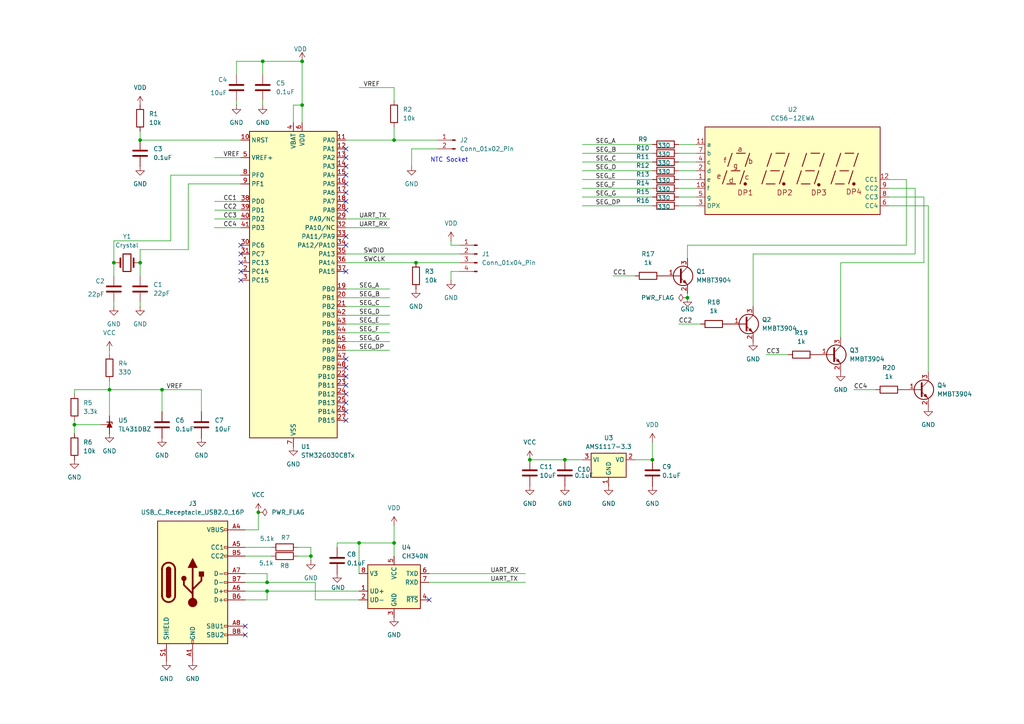
<source format=kicad_sch>
(kicad_sch (version 20231120) (generator "eeschema") (generator_version "8.0")
  (paper "A4")
  (title_block (title "2151936-薛钧-NTC"))
  (lib_symbols
    (symbol "Connector:Conn_01x02_Pin" (pin_names (offset 1.016) hide)
      (property "Reference" "J" (at 0 2.54 0))
      (property "Value" "Conn_01x02_Pin" (at 0 -5.08 0))
      (symbol "Conn_01x02_Pin_1_1"
        (polyline (pts (xy 1.27 -2.54) (xy 0.8636 -2.54)) (stroke (width 0.1524)))
        (polyline (pts (xy 1.27 0) (xy 0.8636 0)) (stroke (width 0.1524)))
        (rectangle (start 0.8636 -2.413) (end 0 -2.667) (stroke (width 0.1524)) (fill (type outline)))
        (rectangle (start 0.8636 0.127) (end 0 -0.127) (stroke (width 0.1524)) (fill (type outline)))
        (pin passive line (at 5.08 0 180) (length 3.81) (name "Pin_1") (number "1"))
        (pin passive line (at 5.08 -2.54 180) (length 3.81) (name "Pin_2") (number "2"))
      )
    )
    (symbol "Connector:Conn_01x04_Pin" (pin_names (offset 1.016) hide)
      (property "Reference" "J" (at 0 5.08 0))
      (property "Value" "Conn_01x04_Pin" (at 0 -7.62 0))
      (symbol "Conn_01x04_Pin_1_1"
        (polyline (pts (xy 1.27 -5.08) (xy 0.8636 -5.08)) (stroke (width 0.1524)))
        (polyline (pts (xy 1.27 -2.54) (xy 0.8636 -2.54)) (stroke (width 0.1524)))
        (polyline (pts (xy 1.27 0) (xy 0.8636 0)) (stroke (width 0.1524)))
        (polyline (pts (xy 1.27 2.54) (xy 0.8636 2.54)) (stroke (width 0.1524)))
        (rectangle (start 0.8636 -4.953) (end 0 -5.207) (stroke (width 0.1524)) (fill (type outline)))
        (rectangle (start 0.8636 -2.413) (end 0 -2.667) (stroke (width 0.1524)) (fill (type outline)))
        (rectangle (start 0.8636 0.127) (end 0 -0.127) (stroke (width 0.1524)) (fill (type outline)))
        (rectangle (start 0.8636 2.667) (end 0 2.413) (stroke (width 0.1524)) (fill (type outline)))
        (pin passive line (at 5.08 2.54 180) (length 3.81) (name "Pin_1") (number "1"))
        (pin passive line (at 5.08 0 180) (length 3.81) (name "Pin_2") (number "2"))
        (pin passive line (at 5.08 -2.54 180) (length 3.81) (name "Pin_3") (number "3"))
        (pin passive line (at 5.08 -5.08 180) (length 3.81) (name "Pin_4") (number "4"))
      )
    )
    (symbol "Connector:USB_C_Receptacle_USB2.0_16P" (pin_names (offset 1.016))
      (property "Reference" "J" (at 0 22.225 0))
      (property "Value" "USB_C_Receptacle_USB2.0_16P" (at 0 19.685 0))
      (symbol "USB_C_Receptacle_USB2.0_16P_0_0"
        (rectangle (start -0.254 -17.78) (end 0.254 -16.764))
        (rectangle (start 10.16 -14.986) (end 9.144 -15.494))
        (rectangle (start 10.16 -12.446) (end 9.144 -12.954))
        (rectangle (start 10.16 -4.826) (end 9.144 -5.334))
        (rectangle (start 10.16 -2.286) (end 9.144 -2.794))
        (rectangle (start 10.16 0.254) (end 9.144 -0.254))
        (rectangle (start 10.16 2.794) (end 9.144 2.286))
        (rectangle (start 10.16 7.874) (end 9.144 7.366))
        (rectangle (start 10.16 10.414) (end 9.144 9.906))
        (rectangle (start 10.16 15.494) (end 9.144 14.986))
      )
      (symbol "USB_C_Receptacle_USB2.0_16P_0_1"
        (rectangle (start -10.16 17.78) (end 10.16 -17.78) (stroke (width 0.254)) (fill (type background)))
        (arc (start -8.89 -3.81) (mid -6.985 -5.7067) (end -5.08 -3.81) (stroke (width 0.508)))
        (arc (start -7.62 -3.81) (mid -6.985 -4.4423) (end -6.35 -3.81) (stroke (width 0.254)))
        (arc (start -7.62 -3.81) (mid -6.985 -4.4423) (end -6.35 -3.81) (stroke (width 0.254)) (fill (type outline)))
        (rectangle (start -7.62 -3.81) (end -6.35 3.81) (stroke (width 0.254)) (fill (type outline)))
        (arc (start -6.35 3.81) (mid -6.985 4.4423) (end -7.62 3.81) (stroke (width 0.254)))
        (arc (start -6.35 3.81) (mid -6.985 4.4423) (end -7.62 3.81) (stroke (width 0.254)) (fill (type outline)))
        (arc (start -5.08 3.81) (mid -6.985 5.7067) (end -8.89 3.81) (stroke (width 0.508)))
        (circle (center -2.54 1.143) (radius 0.635) (stroke (width 0.254)) (fill (type outline)))
        (circle (center 0 -5.842) (radius 1.27) (fill (type outline)))
        (polyline (pts (xy -8.89 -3.81) (xy -8.89 3.81)) (stroke (width 0.508)))
        (polyline (pts (xy -5.08 3.81) (xy -5.08 -3.81)) (stroke (width 0.508)))
        (polyline (pts (xy 0 -5.842) (xy 0 4.318)) (stroke (width 0.508)))
        (polyline (pts (xy 0 -3.302) (xy -2.54 -0.762) (xy -2.54 0.508)) (stroke (width 0.508)))
        (polyline (pts (xy 0 -2.032) (xy 2.54 0.508) (xy 2.54 1.778)) (stroke (width 0.508)))
        (polyline (pts (xy -1.27 4.318) (xy 0 6.858) (xy 1.27 4.318) (xy -1.27 4.318)) (stroke (width 0.254)) (fill (type outline)))
        (rectangle (start 1.905 1.778) (end 3.175 3.048) (stroke (width 0.254)) (fill (type outline)))
      )
      (symbol "USB_C_Receptacle_USB2.0_16P_1_1"
        (pin passive line (at 0 -22.86 90) (length 5.08) (name "GND") (number "A1"))
        (pin passive line (at 0 -22.86 90) (length 5.08) hide (name "GND") (number "A12"))
        (pin passive line (at 15.24 15.24 180) (length 5.08) (name "VBUS") (number "A4"))
        (pin bidirectional line (at 15.24 10.16 180) (length 5.08) (name "CC1") (number "A5"))
        (pin bidirectional line (at 15.24 -2.54 180) (length 5.08) (name "D+") (number "A6"))
        (pin bidirectional line (at 15.24 2.54 180) (length 5.08) (name "D-") (number "A7"))
        (pin bidirectional line (at 15.24 -12.7 180) (length 5.08) (name "SBU1") (number "A8"))
        (pin passive line (at 15.24 15.24 180) (length 5.08) hide (name "VBUS") (number "A9"))
        (pin passive line (at 0 -22.86 90) (length 5.08) hide (name "GND") (number "B1"))
        (pin passive line (at 0 -22.86 90) (length 5.08) hide (name "GND") (number "B12"))
        (pin passive line (at 15.24 15.24 180) (length 5.08) hide (name "VBUS") (number "B4"))
        (pin bidirectional line (at 15.24 7.62 180) (length 5.08) (name "CC2") (number "B5"))
        (pin bidirectional line (at 15.24 -5.08 180) (length 5.08) (name "D+") (number "B6"))
        (pin bidirectional line (at 15.24 0 180) (length 5.08) (name "D-") (number "B7"))
        (pin bidirectional line (at 15.24 -15.24 180) (length 5.08) (name "SBU2") (number "B8"))
        (pin passive line (at 15.24 15.24 180) (length 5.08) hide (name "VBUS") (number "B9"))
        (pin passive line (at -7.62 -22.86 90) (length 5.08) (name "SHIELD") (number "S1"))
      )
    )
    (symbol "Device:C" (pin_numbers hide) (pin_names (offset 0.254))
      (property "Reference" "C" (at 0.635 2.54 0))
      (property "Value" "C" (at 0.635 -2.54 0))
      (symbol "C_0_1"
        (polyline (pts (xy -2.032 -0.762) (xy 2.032 -0.762)) (stroke (width 0.508)))
        (polyline (pts (xy -2.032 0.762) (xy 2.032 0.762)) (stroke (width 0.508)))
      )
      (symbol "C_1_1"
        (pin passive line (at 0 3.81 270) (length 2.794) (name "~") (number "1"))
        (pin passive line (at 0 -3.81 90) (length 2.794) (name "~") (number "2"))
      )
    )
    (symbol "Device:Crystal" (pin_numbers hide) (pin_names (offset 1.016) hide)
      (property "Reference" "Y" (at 0 3.81 0))
      (property "Value" "Crystal" (at 0 -3.81 0))
      (symbol "Crystal_0_1"
        (rectangle (start -1.143 2.54) (end 1.143 -2.54) (stroke (width 0.3048)))
        (polyline (pts (xy -2.54 0) (xy -1.905 0)))
        (polyline (pts (xy -1.905 -1.27) (xy -1.905 1.27)) (stroke (width 0.508)))
        (polyline (pts (xy 1.905 -1.27) (xy 1.905 1.27)) (stroke (width 0.508)))
        (polyline (pts (xy 2.54 0) (xy 1.905 0)))
      )
      (symbol "Crystal_1_1"
        (pin passive line (at -3.81 0 0) (length 1.27) (name "1") (number "1"))
        (pin passive line (at 3.81 0 180) (length 1.27) (name "2") (number "2"))
      )
    )
    (symbol "Device:R" (pin_numbers hide) (pin_names (offset 0))
      (property "Reference" "R" (at 2.032 0 90))
      (property "Value" "R" (at 0 0 90))
      (symbol "R_0_1"
        (rectangle (start -1.016 -2.54) (end 1.016 2.54) (stroke (width 0.254)))
      )
      (symbol "R_1_1"
        (pin passive line (at 0 3.81 270) (length 1.27) (name "~") (number "1"))
        (pin passive line (at 0 -3.81 90) (length 1.27) (name "~") (number "2"))
      )
    )
    (symbol "Display_Character:CC56-12EWA"
      (property "Reference" "U" (at -24.13 13.97 0))
      (property "Value" "CC56-12EWA" (at 19.05 13.97 0))
      (symbol "CC56-12EWA_0_0"
        (rectangle (start -25.4 12.7) (end 25.4 -12.7) (stroke (width 0.254)) (fill (type background)))
        (polyline (pts (xy -20.32 -3.81) (xy -19.05 0)) (stroke (width 0.254)))
        (polyline (pts (xy -19.05 -3.81) (xy -16.51 -3.81)) (stroke (width 0.254)))
        (polyline (pts (xy -18.796 1.27) (xy -17.526 5.08)) (stroke (width 0.254)))
        (polyline (pts (xy -17.78 0) (xy -15.24 0)) (stroke (width 0.254)))
        (polyline (pts (xy -16.256 5.08) (xy -13.716 5.08)) (stroke (width 0.254)))
        (polyline (pts (xy -15.24 -3.81) (xy -13.97 0)) (stroke (width 0.254)))
        (polyline (pts (xy -13.716 1.27) (xy -12.446 5.08)) (stroke (width 0.254)))
        (polyline (pts (xy -8.89 -3.81) (xy -7.62 0)) (stroke (width 0.254)))
        (polyline (pts (xy -7.62 -3.81) (xy -5.08 -3.81)) (stroke (width 0.254)))
        (polyline (pts (xy -7.366 1.27) (xy -6.096 5.08)) (stroke (width 0.254)))
        (polyline (pts (xy -6.35 0) (xy -3.81 0)) (stroke (width 0.254)))
        (polyline (pts (xy -4.826 5.08) (xy -2.286 5.08)) (stroke (width 0.254)))
        (polyline (pts (xy -3.81 -3.81) (xy -2.54 0)) (stroke (width 0.254)))
        (polyline (pts (xy -2.286 1.27) (xy -1.016 5.08)) (stroke (width 0.254)))
        (polyline (pts (xy 1.27 -3.81) (xy 2.54 0)) (stroke (width 0.254)))
        (polyline (pts (xy 2.54 -3.81) (xy 5.08 -3.81)) (stroke (width 0.254)))
        (polyline (pts (xy 2.794 1.27) (xy 4.064 5.08)) (stroke (width 0.254)))
        (polyline (pts (xy 3.81 0) (xy 6.35 0)) (stroke (width 0.254)))
        (polyline (pts (xy 5.334 5.08) (xy 7.874 5.08)) (stroke (width 0.254)))
        (polyline (pts (xy 6.35 -3.81) (xy 7.62 0)) (stroke (width 0.254)))
        (polyline (pts (xy 7.874 1.27) (xy 9.144 5.08)) (stroke (width 0.254)))
        (polyline (pts (xy 11.176 -3.81) (xy 12.446 0)) (stroke (width 0.254)))
        (polyline (pts (xy 12.446 -3.81) (xy 14.986 -3.81)) (stroke (width 0.254)))
        (polyline (pts (xy 12.7 1.27) (xy 13.97 5.08)) (stroke (width 0.254)))
        (polyline (pts (xy 13.716 0) (xy 16.256 0)) (stroke (width 0.254)))
        (polyline (pts (xy 15.24 5.08) (xy 17.78 5.08)) (stroke (width 0.254)))
        (polyline (pts (xy 16.256 -3.81) (xy 17.526 0)) (stroke (width 0.254)))
        (polyline (pts (xy 17.78 1.27) (xy 19.05 5.08)) (stroke (width 0.254)))
        (text "a" (at -15.24 6.35 0) (effects (font (size 1.524 1.524))))
        (text "b" (at -12.192 2.794 0) (effects (font (size 1.524 1.524))))
        (text "c" (at -13.208 -1.778 0) (effects (font (size 1.524 1.524))))
        (text "d" (at -17.78 -2.794 0) (effects (font (size 1.524 1.524))))
        (text "DP1" (at -13.716 -6.35 0) (effects (font (size 1.524 1.524))))
        (text "DP2" (at -2.286 -6.35 0) (effects (font (size 1.524 1.524))))
        (text "DP3" (at 7.62 -6.35 0) (effects (font (size 1.524 1.524))))
        (text "DP4" (at 17.78 -6.096 0) (effects (font (size 1.524 1.524))))
        (text "e" (at -21.336 -1.524 0) (effects (font (size 1.524 1.524))))
        (text "f" (at -19.558 3.048 0) (effects (font (size 1.524 1.524))))
        (text "g" (at -16.51 1.524 0) (effects (font (size 1.524 1.524))))
      )
      (symbol "CC56-12EWA_0_1"
        (circle (center -13.716 -3.81) (radius 0.3556) (stroke (width 0.254)) (fill (type outline)))
        (circle (center -2.54 -3.81) (radius 0.3556) (stroke (width 0.254)) (fill (type outline)))
      )
      (symbol "CC56-12EWA_1_0"
        (circle (center 7.62 -4.064) (radius 0.3556) (stroke (width 0.254)) (fill (type outline)))
        (circle (center 17.78 -3.81) (radius 0.3556) (stroke (width 0.254)) (fill (type outline)))
      )
      (symbol "CC56-12EWA_1_1"
        (pin input line (at -27.94 -2.54 0) (length 2.54) (name "e") (number "1"))
        (pin input line (at -27.94 -5.08 0) (length 2.54) (name "f") (number "10"))
        (pin input line (at -27.94 7.62 0) (length 2.54) (name "a") (number "11"))
        (pin input line (at 27.94 -2.54 180) (length 2.54) (name "CC1") (number "12"))
        (pin input line (at -27.94 0 0) (length 2.54) (name "d") (number "2"))
        (pin input line (at -27.94 -10.16 0) (length 2.54) (name "DPX") (number "3"))
        (pin input line (at -27.94 2.54 0) (length 2.54) (name "c") (number "4"))
        (pin input line (at -27.94 -7.62 0) (length 2.54) (name "g") (number "5"))
        (pin input line (at 27.94 -10.16 180) (length 2.54) (name "CC4") (number "6"))
        (pin input line (at -27.94 5.08 0) (length 2.54) (name "b") (number "7"))
        (pin input line (at 27.94 -7.62 180) (length 2.54) (name "CC3") (number "8"))
        (pin input line (at 27.94 -5.08 180) (length 2.54) (name "CC2") (number "9"))
      )
    )
    (symbol "Interface_USB:CH340N"
      (property "Reference" "U" (at -7.62 6.35 0))
      (property "Value" "CH340N" (at 7.62 6.35 0))
      (symbol "CH340N_0_1"
        (rectangle (start -7.62 5.08) (end 7.62 -7.62) (stroke (width 0.254)) (fill (type background)))
      )
      (symbol "CH340N_1_1"
        (pin bidirectional line (at -10.16 -2.54 0) (length 2.54) (name "UD+") (number "1"))
        (pin bidirectional line (at -10.16 -5.08 0) (length 2.54) (name "UD-") (number "2"))
        (pin power_in line (at 0 -10.16 90) (length 2.54) (name "GND") (number "3"))
        (pin output line (at 10.16 -5.08 180) (length 2.54) (name "~{RTS}") (number "4"))
        (pin power_in line (at 0 7.62 270) (length 2.54) (name "VCC") (number "5"))
        (pin output line (at 10.16 2.54 180) (length 2.54) (name "TXD") (number "6"))
        (pin input line (at 10.16 0 180) (length 2.54) (name "RXD") (number "7"))
        (pin passive line (at -10.16 2.54 0) (length 2.54) (name "V3") (number "8"))
      )
    )
    (symbol "MCU_ST_STM32G0:STM32G030C8Tx"
      (property "Reference" "U" (at -12.7 46.99 0))
      (property "Value" "STM32G030C8Tx" (at 5.08 46.99 0))
      (symbol "STM32G030C8Tx_0_1"
        (rectangle (start -12.7 -43.18) (end 12.7 45.72) (stroke (width 0.254)) (fill (type background)))
      )
      (symbol "STM32G030C8Tx_1_1"
        (pin bidirectional line (at -15.24 7.62 0) (length 2.54) (name "PC13") (number "1"))
        (pin input line (at -15.24 43.18 0) (length 2.54) (name "NRST") (number "10"))
        (pin bidirectional line (at 15.24 43.18 180) (length 2.54) (name "PA0") (number "11"))
        (pin bidirectional line (at 15.24 40.64 180) (length 2.54) (name "PA1") (number "12"))
        (pin bidirectional line (at 15.24 38.1 180) (length 2.54) (name "PA2") (number "13"))
        (pin bidirectional line (at 15.24 35.56 180) (length 2.54) (name "PA3") (number "14"))
        (pin bidirectional line (at 15.24 33.02 180) (length 2.54) (name "PA4") (number "15"))
        (pin bidirectional line (at 15.24 30.48 180) (length 2.54) (name "PA5") (number "16"))
        (pin bidirectional line (at 15.24 27.94 180) (length 2.54) (name "PA6") (number "17"))
        (pin bidirectional line (at 15.24 25.4 180) (length 2.54) (name "PA7") (number "18"))
        (pin bidirectional line (at 15.24 0 180) (length 2.54) (name "PB0") (number "19"))
        (pin bidirectional line (at -15.24 5.08 0) (length 2.54) (name "PC14") (number "2"))
        (pin bidirectional line (at 15.24 -2.54 180) (length 2.54) (name "PB1") (number "20"))
        (pin bidirectional line (at 15.24 -5.08 180) (length 2.54) (name "PB2") (number "21"))
        (pin bidirectional line (at 15.24 -25.4 180) (length 2.54) (name "PB10") (number "22"))
        (pin bidirectional line (at 15.24 -27.94 180) (length 2.54) (name "PB11") (number "23"))
        (pin bidirectional line (at 15.24 -30.48 180) (length 2.54) (name "PB12") (number "24"))
        (pin bidirectional line (at 15.24 -33.02 180) (length 2.54) (name "PB13") (number "25"))
        (pin bidirectional line (at 15.24 -35.56 180) (length 2.54) (name "PB14") (number "26"))
        (pin bidirectional line (at 15.24 -38.1 180) (length 2.54) (name "PB15") (number "27"))
        (pin bidirectional line (at 15.24 22.86 180) (length 2.54) (name "PA8") (number "28"))
        (pin bidirectional line (at 15.24 20.32 180) (length 2.54) (name "PA9/NC") (number "29"))
        (pin bidirectional line (at -15.24 2.54 0) (length 2.54) (name "PC15") (number "3"))
        (pin bidirectional line (at -15.24 12.7 0) (length 2.54) (name "PC6") (number "30"))
        (pin bidirectional line (at -15.24 10.16 0) (length 2.54) (name "PC7") (number "31"))
        (pin bidirectional line (at 15.24 17.78 180) (length 2.54) (name "PA10/NC") (number "32"))
        (pin bidirectional line (at 15.24 15.24 180) (length 2.54) (name "PA11/PA9") (number "33"))
        (pin bidirectional line (at 15.24 12.7 180) (length 2.54) (name "PA12/PA10") (number "34"))
        (pin bidirectional line (at 15.24 10.16 180) (length 2.54) (name "PA13") (number "35"))
        (pin bidirectional line (at 15.24 7.62 180) (length 2.54) (name "PA14") (number "36"))
        (pin bidirectional line (at 15.24 5.08 180) (length 2.54) (name "PA15") (number "37"))
        (pin bidirectional line (at -15.24 25.4 0) (length 2.54) (name "PD0") (number "38"))
        (pin bidirectional line (at -15.24 22.86 0) (length 2.54) (name "PD1") (number "39"))
        (pin power_in line (at 0 48.26 270) (length 2.54) (name "VBAT") (number "4"))
        (pin bidirectional line (at -15.24 20.32 0) (length 2.54) (name "PD2") (number "40"))
        (pin bidirectional line (at -15.24 17.78 0) (length 2.54) (name "PD3") (number "41"))
        (pin bidirectional line (at 15.24 -7.62 180) (length 2.54) (name "PB3") (number "42"))
        (pin bidirectional line (at 15.24 -10.16 180) (length 2.54) (name "PB4") (number "43"))
        (pin bidirectional line (at 15.24 -12.7 180) (length 2.54) (name "PB5") (number "44"))
        (pin bidirectional line (at 15.24 -15.24 180) (length 2.54) (name "PB6") (number "45"))
        (pin bidirectional line (at 15.24 -17.78 180) (length 2.54) (name "PB7") (number "46"))
        (pin bidirectional line (at 15.24 -20.32 180) (length 2.54) (name "PB8") (number "47"))
        (pin bidirectional line (at 15.24 -22.86 180) (length 2.54) (name "PB9") (number "48"))
        (pin input line (at -15.24 38.1 0) (length 2.54) (name "VREF+") (number "5"))
        (pin power_in line (at 2.54 48.26 270) (length 2.54) (name "VDD") (number "6"))
        (pin power_in line (at 0 -45.72 90) (length 2.54) (name "VSS") (number "7"))
        (pin bidirectional line (at -15.24 33.02 0) (length 2.54) (name "PF0") (number "8"))
        (pin bidirectional line (at -15.24 30.48 0) (length 2.54) (name "PF1") (number "9"))
      )
    )
    (symbol "Reference_Voltage:TL431DBZ" (pin_numbers hide) (pin_names hide)
      (property "Reference" "U" (at -2.54 2.54 0))
      (property "Value" "TL431DBZ" (at 0 -2.54 0))
      (symbol "TL431DBZ_0_1"
        (polyline (pts (xy -1.27 0) (xy 0 0) (xy 1.27 0)))
        (polyline (pts (xy -0.762 -0.762) (xy -0.762 0.762) (xy 0.762 0) (xy -0.762 -0.762)) (fill (type outline)))
        (polyline (pts (xy 0.254 -0.762) (xy 0.762 -0.762) (xy 0.762 0.762) (xy 0.762 0.762)) (stroke (width 0.254)))
      )
      (symbol "TL431DBZ_1_1"
        (pin passive line (at 2.54 0 180) (length 2.54) (name "K") (number "1"))
        (pin passive line (at 0 2.54 270) (length 2.54) (name "REF") (number "2"))
        (pin passive line (at -2.54 0 0) (length 2.54) (name "A") (number "3"))
      )
    )
    (symbol "Regulator_Linear:AMS1117-3.3"
      (property "Reference" "U" (at -3.81 3.175 0))
      (property "Value" "AMS1117-3.3" (at 0 3.175 0))
      (symbol "AMS1117-3.3_0_1"
        (rectangle (start -5.08 -5.08) (end 5.08 1.905) (stroke (width 0.254)) (fill (type background)))
      )
      (symbol "AMS1117-3.3_1_1"
        (pin power_in line (at 0 -7.62 90) (length 2.54) (name "GND") (number "1"))
        (pin power_out line (at 7.62 0 180) (length 2.54) (name "VO") (number "2"))
        (pin power_in line (at -7.62 0 0) (length 2.54) (name "VI") (number "3"))
      )
    )
    (symbol "Transistor_BJT:MMBT3904" (pin_names (offset 0) hide)
      (property "Reference" "Q" (at 5.08 1.905 0))
      (property "Value" "MMBT3904" (at 5.08 0 0))
      (symbol "MMBT3904_0_1"
        (polyline (pts (xy 0.635 0.635) (xy 2.54 2.54)))
        (polyline (pts (xy 0.635 -0.635) (xy 2.54 -2.54) (xy 2.54 -2.54)))
        (polyline (pts (xy 0.635 1.905) (xy 0.635 -1.905) (xy 0.635 -1.905)) (stroke (width 0.508)))
        (polyline (pts (xy 1.27 -1.778) (xy 1.778 -1.27) (xy 2.286 -2.286) (xy 1.27 -1.778) (xy 1.27 -1.778)) (fill (type outline)))
        (circle (center 1.27 0) (radius 2.8194) (stroke (width 0.254)))
      )
      (symbol "MMBT3904_1_1"
        (pin input line (at -5.08 0 0) (length 5.715) (name "B") (number "1"))
        (pin passive line (at 2.54 -5.08 90) (length 2.54) (name "E") (number "2"))
        (pin passive line (at 2.54 5.08 270) (length 2.54) (name "C") (number "3"))
      )
    )
    (symbol "power:GND" (power) (pin_numbers hide) (pin_names (offset 0) hide)
      (property "Value" "GND" (at 0 -3.81 0))
      (symbol "GND_0_1"
        (polyline (pts (xy 0 0) (xy 0 -1.27) (xy 1.27 -1.27) (xy 0 -2.54) (xy -1.27 -1.27) (xy 0 -1.27)))
      )
      (symbol "GND_1_1"
        (pin power_in line (at 0 0 270) (length 0) (name "~") (number "1"))
      )
    )
    (symbol "power:PWR_FLAG" (power) (pin_numbers hide) (pin_names (offset 0) hide)
      (property "Value" "PWR_FLAG" (at 0 3.81 0))
      (symbol "PWR_FLAG_0_0"
        (pin power_out line (at 0 0 90) (length 0) (name "~") (number "1"))
      )
      (symbol "PWR_FLAG_0_1"
        (polyline (pts (xy 0 0) (xy 0 1.27) (xy -1.016 1.905) (xy 0 2.54) (xy 1.016 1.905) (xy 0 1.27)))
      )
    )
    (symbol "power:VCC" (power) (pin_numbers hide) (pin_names (offset 0) hide)
      (property "Value" "VCC" (at 0 3.556 0))
      (symbol "VCC_0_1"
        (polyline (pts (xy -0.762 1.27) (xy 0 2.54)))
        (polyline (pts (xy 0 0) (xy 0 2.54)))
        (polyline (pts (xy 0 2.54) (xy 0.762 1.27)))
      )
      (symbol "VCC_1_1"
        (pin power_in line (at 0 0 90) (length 0) (name "~") (number "1"))
      )
    )
    (symbol "power:VDD" (power) (pin_numbers hide) (pin_names (offset 0) hide)
      (property "Value" "VDD" (at 0 3.556 0))
      (symbol "VDD_0_1"
        (polyline (pts (xy -0.762 1.27) (xy 0 2.54)))
        (polyline (pts (xy 0 0) (xy 0 2.54)))
        (polyline (pts (xy 0 2.54) (xy 0.762 1.27)))
      )
      (symbol "VDD_1_1"
        (pin power_in line (at 0 0 90) (length 0) (name "~") (number "1"))
      )
    )
  )
  (junction (at 87.63 30.48))
  (junction (at 153.67 133.35))
  (junction (at 21.59 123.19))
  (junction (at 87.63 17.78))
  (junction (at 114.3 40.64))
  (junction (at 90.17 161.29))
  (junction (at 77.47 168.91))
  (junction (at 120.65 76.2))
  (junction (at 31.75 113.03))
  (junction (at 77.47 171.45))
  (junction (at 104.14 157.48))
  (junction (at 199.39 86.36))
  (junction (at 76.2 17.78))
  (junction (at 189.23 133.35))
  (junction (at 40.64 40.64))
  (junction (at 40.64 76.2))
  (junction (at 114.3 157.48))
  (junction (at 46.99 113.03))
  (junction (at 33.02 76.2))
  (junction (at 74.93 148.59))
  (junction (at 163.83 133.35))
  (no_connect (at 69.85 78.74))
  (no_connect (at 100.33 68.58))
  (no_connect (at 100.33 58.42))
  (no_connect (at 100.33 106.68))
  (no_connect (at 100.33 119.38))
  (no_connect (at 100.33 45.72))
  (no_connect (at 100.33 50.8))
  (no_connect (at 100.33 116.84))
  (no_connect (at 100.33 55.88))
  (no_connect (at 100.33 43.18))
  (no_connect (at 100.33 71.12))
  (no_connect (at 71.12 184.15))
  (no_connect (at 100.33 114.3))
  (no_connect (at 100.33 60.96))
  (no_connect (at 100.33 109.22))
  (no_connect (at 100.33 104.14))
  (no_connect (at 71.12 181.61))
  (no_connect (at 69.85 76.2))
  (no_connect (at 124.46 173.99))
  (no_connect (at 69.85 71.12))
  (no_connect (at 100.33 121.92))
  (no_connect (at 100.33 53.34))
  (no_connect (at 100.33 48.26))
  (no_connect (at 100.33 78.74))
  (no_connect (at 69.85 73.66))
  (no_connect (at 100.33 111.76))
  (no_connect (at 69.85 81.28))
  (wire (pts (xy 46.99 119.38) (xy 46.99 113.03)))
  (wire (pts (xy 90.17 158.75) (xy 90.17 161.29)))
  (wire (pts (xy 168.91 49.53) (xy 189.23 49.53)))
  (wire (pts (xy 68.58 30.48) (xy 68.58 29.21)))
  (wire (pts (xy 168.91 59.69) (xy 189.23 59.69)))
  (wire (pts (xy 62.23 66.04) (xy 69.85 66.04)))
  (wire (pts (xy 168.91 41.91) (xy 189.23 41.91)))
  (wire (pts (xy 100.33 99.06) (xy 113.03 99.06)))
  (wire (pts (xy 153.67 133.35) (xy 163.83 133.35)))
  (wire (pts (xy 265.43 73.66) (xy 218.44 73.66)))
  (wire (pts (xy 76.2 30.48) (xy 76.2 29.21)))
  (wire (pts (xy 77.47 171.45) (xy 104.14 171.45)))
  (wire (pts (xy 168.91 46.99) (xy 189.23 46.99)))
  (wire (pts (xy 100.33 93.98) (xy 113.03 93.98)))
  (wire (pts (xy 68.58 17.78) (xy 68.58 21.59)))
  (wire (pts (xy 243.84 76.2) (xy 243.84 97.79)))
  (wire (pts (xy 127 40.64) (xy 114.3 40.64)))
  (wire (pts (xy 114.3 157.48) (xy 114.3 161.29)))
  (wire (pts (xy 54.61 72.39) (xy 40.64 72.39)))
  (wire (pts (xy 196.85 46.99) (xy 201.93 46.99)))
  (wire (pts (xy 54.61 53.34) (xy 54.61 72.39)))
  (wire (pts (xy 33.02 69.85) (xy 33.02 76.2)))
  (wire (pts (xy 21.59 121.92) (xy 21.59 123.19)))
  (wire (pts (xy 85.09 30.48) (xy 87.63 30.48)))
  (wire (pts (xy 267.97 57.15) (xy 267.97 76.2)))
  (wire (pts (xy 218.44 73.66) (xy 218.44 88.9)))
  (wire (pts (xy 68.58 17.78) (xy 76.2 17.78)))
  (wire (pts (xy 77.47 166.37) (xy 77.47 168.91)))
  (wire (pts (xy 40.64 72.39) (xy 40.64 76.2)))
  (wire (pts (xy 104.14 25.4) (xy 114.3 25.4)))
  (wire (pts (xy 104.14 157.48) (xy 104.14 166.37)))
  (wire (pts (xy 46.99 113.03) (xy 58.42 113.03)))
  (wire (pts (xy 133.35 71.12) (xy 130.81 71.12)))
  (wire (pts (xy 100.33 63.5) (xy 113.03 63.5)))
  (wire (pts (xy 85.09 35.56) (xy 85.09 30.48)))
  (wire (pts (xy 124.46 168.91) (xy 152.4 168.91)))
  (wire (pts (xy 119.38 43.18) (xy 127 43.18)))
  (wire (pts (xy 100.33 96.52) (xy 113.03 96.52)))
  (wire (pts (xy 58.42 113.03) (xy 58.42 119.38)))
  (wire (pts (xy 168.91 57.15) (xy 189.23 57.15)))
  (wire (pts (xy 71.12 168.91) (xy 77.47 168.91)))
  (wire (pts (xy 257.81 54.61) (xy 265.43 54.61)))
  (wire (pts (xy 168.91 54.61) (xy 189.23 54.61)))
  (wire (pts (xy 40.64 40.64) (xy 69.85 40.64)))
  (wire (pts (xy 77.47 173.99) (xy 77.47 171.45)))
  (wire (pts (xy 62.23 60.96) (xy 69.85 60.96)))
  (wire (pts (xy 21.59 123.19) (xy 21.59 125.73)))
  (wire (pts (xy 71.12 158.75) (xy 78.74 158.75)))
  (wire (pts (xy 130.81 69.85) (xy 130.81 71.12)))
  (wire (pts (xy 119.38 43.18) (xy 119.38 48.26)))
  (wire (pts (xy 71.12 171.45) (xy 77.47 171.45)))
  (wire (pts (xy 87.63 35.56) (xy 87.63 30.48)))
  (wire (pts (xy 62.23 58.42) (xy 69.85 58.42)))
  (wire (pts (xy 114.3 152.4) (xy 114.3 157.48)))
  (wire (pts (xy 196.85 49.53) (xy 201.93 49.53)))
  (wire (pts (xy 168.91 52.07) (xy 189.23 52.07)))
  (wire (pts (xy 33.02 88.9) (xy 33.02 87.63)))
  (wire (pts (xy 49.53 50.8) (xy 69.85 50.8)))
  (wire (pts (xy 40.64 38.1) (xy 40.64 40.64)))
  (wire (pts (xy 31.75 101.6) (xy 31.75 102.87)))
  (wire (pts (xy 86.36 158.75) (xy 90.17 158.75)))
  (wire (pts (xy 91.44 173.99) (xy 104.14 173.99)))
  (wire (pts (xy 196.85 41.91) (xy 201.93 41.91)))
  (wire (pts (xy 100.33 86.36) (xy 113.03 86.36)))
  (wire (pts (xy 196.85 52.07) (xy 201.93 52.07)))
  (wire (pts (xy 196.85 59.69) (xy 201.93 59.69)))
  (wire (pts (xy 33.02 69.85) (xy 49.53 69.85)))
  (wire (pts (xy 76.2 17.78) (xy 76.2 21.59)))
  (wire (pts (xy 269.24 59.69) (xy 269.24 107.95)))
  (wire (pts (xy 196.85 57.15) (xy 201.93 57.15)))
  (wire (pts (xy 196.85 93.98) (xy 203.2 93.98)))
  (wire (pts (xy 196.85 54.61) (xy 201.93 54.61)))
  (wire (pts (xy 196.85 44.45) (xy 201.93 44.45)))
  (wire (pts (xy 267.97 76.2) (xy 243.84 76.2)))
  (wire (pts (xy 247.65 113.03) (xy 254 113.03)))
  (wire (pts (xy 100.33 66.04) (xy 113.03 66.04)))
  (wire (pts (xy 77.47 168.91) (xy 91.44 168.91)))
  (wire (pts (xy 100.33 101.6) (xy 113.03 101.6)))
  (wire (pts (xy 54.61 53.34) (xy 69.85 53.34)))
  (wire (pts (xy 130.81 78.74) (xy 130.81 81.28)))
  (wire (pts (xy 62.23 63.5) (xy 69.85 63.5)))
  (wire (pts (xy 189.23 128.27) (xy 189.23 133.35)))
  (wire (pts (xy 163.83 133.35) (xy 168.91 133.35)))
  (wire (pts (xy 97.79 157.48) (xy 104.14 157.48)))
  (wire (pts (xy 265.43 54.61) (xy 265.43 73.66)))
  (wire (pts (xy 114.3 29.21) (xy 114.3 25.4)))
  (wire (pts (xy 71.12 166.37) (xy 77.47 166.37)))
  (wire (pts (xy 62.23 45.72) (xy 69.85 45.72)))
  (wire (pts (xy 133.35 78.74) (xy 130.81 78.74)))
  (wire (pts (xy 100.33 76.2) (xy 120.65 76.2)))
  (wire (pts (xy 100.33 91.44) (xy 113.03 91.44)))
  (wire (pts (xy 49.53 50.8) (xy 49.53 69.85)))
  (wire (pts (xy 71.12 173.99) (xy 77.47 173.99)))
  (wire (pts (xy 104.14 157.48) (xy 114.3 157.48)))
  (wire (pts (xy 199.39 86.36) (xy 199.39 85.09)))
  (wire (pts (xy 124.46 166.37) (xy 152.4 166.37)))
  (wire (pts (xy 76.2 17.78) (xy 87.63 17.78)))
  (wire (pts (xy 199.39 74.93) (xy 199.39 71.12)))
  (wire (pts (xy 262.89 71.12) (xy 262.89 52.07)))
  (wire (pts (xy 262.89 52.07) (xy 257.81 52.07)))
  (wire (pts (xy 184.15 133.35) (xy 189.23 133.35)))
  (wire (pts (xy 90.17 161.29) (xy 90.17 162.56)))
  (wire (pts (xy 21.59 123.19) (xy 29.21 123.19)))
  (wire (pts (xy 74.93 153.67) (xy 74.93 148.59)))
  (wire (pts (xy 86.36 161.29) (xy 90.17 161.29)))
  (wire (pts (xy 33.02 76.2) (xy 33.02 80.01)))
  (wire (pts (xy 31.75 113.03) (xy 46.99 113.03)))
  (wire (pts (xy 40.64 88.9) (xy 40.64 87.63)))
  (wire (pts (xy 21.59 114.3) (xy 21.59 113.03)))
  (wire (pts (xy 31.75 110.49) (xy 31.75 113.03)))
  (wire (pts (xy 87.63 30.48) (xy 87.63 17.78)))
  (wire (pts (xy 91.44 168.91) (xy 91.44 173.99)))
  (wire (pts (xy 257.81 57.15) (xy 267.97 57.15)))
  (wire (pts (xy 40.64 76.2) (xy 40.64 80.01)))
  (wire (pts (xy 199.39 71.12) (xy 262.89 71.12)))
  (wire (pts (xy 100.33 40.64) (xy 114.3 40.64)))
  (wire (pts (xy 100.33 88.9) (xy 113.03 88.9)))
  (wire (pts (xy 71.12 161.29) (xy 78.74 161.29)))
  (wire (pts (xy 222.25 102.87) (xy 228.6 102.87)))
  (wire (pts (xy 100.33 83.82) (xy 113.03 83.82)))
  (wire (pts (xy 97.79 158.75) (xy 97.79 157.48)))
  (wire (pts (xy 120.65 76.2) (xy 133.35 76.2)))
  (wire (pts (xy 100.33 73.66) (xy 133.35 73.66)))
  (wire (pts (xy 257.81 59.69) (xy 269.24 59.69)))
  (wire (pts (xy 31.75 113.03) (xy 31.75 120.65)))
  (wire (pts (xy 177.8 80.01) (xy 184.15 80.01)))
  (wire (pts (xy 71.12 153.67) (xy 74.93 153.67)))
  (wire (pts (xy 21.59 113.03) (xy 31.75 113.03)))
  (wire (pts (xy 114.3 36.83) (xy 114.3 40.64)))
  (wire (pts (xy 168.91 44.45) (xy 189.23 44.45)))
  (text "NTC Socket" (at 130.302 46.482 0) (effects (font (size 1.27 1.27))))
  (label "UART_RX" (at 142.24 166.37 0))
  (label "SEG_F" (at 172.72 54.61 0))
  (label "VREF" (at 105.41 25.4 0))
  (label "CC2" (at 196.85 93.98 0))
  (label "SEG_B" (at 104.14 86.36 0))
  (label "SEG_A" (at 172.72 41.91 0))
  (label "VREF" (at 64.77 45.72 0))
  (label "CC3" (at 222.25 102.87 0))
  (label "SEG_D" (at 104.14 91.44 0))
  (label "VREF" (at 48.26 113.03 0))
  (label "CC2" (at 64.77 60.96 0))
  (label "SEG_G" (at 172.72 57.15 0))
  (label "SEG_G" (at 104.14 99.06 0))
  (label "CC3" (at 64.77 63.5 0))
  (label "SEG_C" (at 172.72 46.99 0))
  (label "SEG_D" (at 172.72 49.53 0))
  (label "SEG_E" (at 172.72 52.07 0))
  (label "CC1" (at 64.77 58.42 0))
  (label "SEG_A" (at 104.14 83.82 0))
  (label "CC1" (at 177.8 80.01 0))
  (label "UART_TX" (at 104.14 63.5 0))
  (label "SEG_F" (at 104.14 96.52 0))
  (label "UART_RX" (at 104.14 66.04 0))
  (label "SWDIO" (at 105.41 73.66 0))
  (label "SEG_E" (at 104.14 93.98 0))
  (label "UART_TX" (at 142.24 168.91 0))
  (label "SEG_B" (at 172.72 44.45 0))
  (label "SEG_DP" (at 172.72 59.69 0))
  (label "SEG_DP" (at 104.14 101.6 0))
  (label "SEG_C" (at 104.14 88.9 0))
  (label "CC4" (at 247.65 113.03 0))
  (label "CC4" (at 64.77 66.04 0))
  (label "SWCLK" (at 105.41 76.2 0))
  (symbol (lib_id "Connector:USB_C_Receptacle_USB2.0_16P") (at 55.88 168.91 0) (unit 1)
    (property "Reference" "J3" (at 55.88 146.05 0))
    (property "Value" "USB_C_Receptacle_USB2.0_16P" (at 55.88 148.59 0))
    (property "Footprint" "Connector_USB:USB_C_Receptacle_HCTL_HC-TYPE-C-16P-01A" (effects (hide yes)))
    (property "Datasheet" "https://www.usb.org/sites/default/files/documents/usb_type-c.zip" (effects (hide yes)))
    (property "Description" "USB 2.0-only 16P Type-C Receptacle connector" (effects (hide yes)))
  )
  (symbol (lib_id "power:VDD") (at 130.81 69.85 0) (unit 1)
    (property "Reference" "#PWR09" (effects (hide yes)))
    (property "Value" "VDD" (at 130.81 64.77 0))
    (property "Description" "Power symbol creates a global label with name \"VDD\"" (effects (hide yes)))
  )
  (symbol (lib_id "power:GND") (at 199.39 86.36 0) (unit 1)
    (property "Reference" "#PWR027" (effects (hide yes)))
    (property "Value" "GND" (at 199.39 89.662 0))
    (property "Description" "Power symbol creates a global label with name \"GND\" , ground" (effects (hide yes)))
  )
  (symbol (lib_id "Device:R") (at 21.59 129.54 0) (unit 1)
    (property "Reference" "R6" (at 24.13 128.2699 0) (effects (justify left)))
    (property "Value" "10k" (at 24.13 130.8099 0) (effects (justify left)))
    (property "Footprint" "Resistor_SMD:R_0805_2012Metric_Pad1.20x1.40mm_HandSolder" (effects (hide yes)))
    (property "Description" "Resistor" (effects (hide yes)))
  )
  (symbol (lib_id "power:GND") (at 130.81 81.28 0) (unit 1)
    (property "Reference" "#PWR010" (effects (hide yes)))
    (property "Value" "GND" (at 130.81 86.36 0))
    (property "Description" "Power symbol creates a global label with name \"GND\" , ground" (effects (hide yes)))
  )
  (symbol (lib_id "Transistor_BJT:MMBT3904") (at 196.85 80.01 0) (unit 1)
    (property "Reference" "Q1" (at 201.93 78.7399 0) (effects (justify left)))
    (property "Value" "MMBT3904" (at 201.93 81.2799 0) (effects (justify left)))
    (property "Footprint" "Package_TO_SOT_SMD:SOT-23" (effects (hide yes)))
    (property "Datasheet" "https://www.onsemi.com/pdf/datasheet/pzt3904-d.pdf" (effects (hide yes)))
    (property "Description" "0.2A Ic, 40V Vce, Small Signal NPN Transistor, SOT-23" (effects (hide yes)))
  )
  (symbol (lib_id "Device:C") (at 97.79 162.56 0) (unit 1)
    (property "Reference" "C8" (at 100.584 160.782 0) (effects (justify left)))
    (property "Value" "0.1uF" (at 100.584 163.322 0) (effects (justify left)))
    (property "Footprint" "Capacitor_SMD:C_0805_2012Metric_Pad1.18x1.45mm_HandSolder" (effects (hide yes)))
    (property "Description" "Unpolarized capacitor" (effects (hide yes)))
  )
  (symbol (lib_id "Device:R") (at 40.64 34.29 0) (unit 1)
    (property "Reference" "R1" (at 43.18 33.0199 0) (effects (justify left)))
    (property "Value" "10k" (at 43.18 35.5599 0) (effects (justify left)))
    (property "Footprint" "Resistor_SMD:R_0805_2012Metric_Pad1.20x1.40mm_HandSolder" (effects (hide yes)))
    (property "Description" "Resistor" (effects (hide yes)))
  )
  (symbol (lib_id "Connector:Conn_01x04_Pin") (at 138.43 73.66 0) (mirror y) (unit 1)
    (property "Reference" "J1" (at 139.7 73.6599 0) (effects (justify right)))
    (property "Value" "Conn_01x04_Pin" (at 139.7 76.1999 0) (effects (justify right)))
    (property "Footprint" "Connector_PinHeader_2.54mm:PinHeader_1x04_P2.54mm_Vertical" (effects (hide yes)))
    (property "Description" "Generic connector, single row, 01x04, script generated" (effects (hide yes)))
  )
  (symbol (lib_id "Display_Character:CC56-12EWA") (at 229.87 49.53 0) (unit 1)
    (property "Reference" "U2" (at 229.87 31.75 0))
    (property "Value" "CC56-12EWA" (at 229.87 34.29 0))
    (property "Footprint" "Display_7Segment:CA56-12EWA" (effects (hide yes)))
    (property "Datasheet" "http://www.kingbrightusa.com/images/catalog/SPEC/CA56-12EWA.pdf" (effects (hide yes)))
    (property "Description" "4 digit 7 segment high efficiency red LED, common cathode" (effects (hide yes)))
  )
  (symbol (lib_id "Device:C") (at 76.2 25.4 0) (unit 1)
    (property "Reference" "C5" (at 80.01 24.1299 0) (effects (justify left)))
    (property "Value" "0.1uF" (at 80.01 26.6699 0) (effects (justify left)))
    (property "Footprint" "Capacitor_SMD:C_0805_2012Metric_Pad1.18x1.45mm_HandSolder" (effects (hide yes)))
    (property "Description" "Unpolarized capacitor" (effects (hide yes)))
  )
  (symbol (lib_id "Device:R") (at 193.04 52.07 90) (unit 1)
    (property "Reference" "R13" (at 186.436 50.546 90))
    (property "Value" "330" (at 192.532 52.324 90))
    (property "Footprint" "Resistor_SMD:R_0805_2012Metric_Pad1.20x1.40mm_HandSolder" (effects (hide yes)))
    (property "Description" "Resistor" (effects (hide yes)))
  )
  (symbol (lib_id "Device:R") (at 257.81 113.03 90) (unit 1)
    (property "Reference" "R20" (at 257.81 106.68 90))
    (property "Value" "1k" (at 257.81 109.22 90))
    (property "Footprint" "Resistor_SMD:R_0805_2012Metric_Pad1.20x1.40mm_HandSolder" (effects (hide yes)))
    (property "Description" "Resistor" (effects (hide yes)))
  )
  (symbol (lib_id "power:GND") (at 114.3 179.07 0) (unit 1)
    (property "Reference" "#PWR018" (effects (hide yes)))
    (property "Value" "GND" (at 114.3 184.15 0))
    (property "Description" "Power symbol creates a global label with name \"GND\" , ground" (effects (hide yes)))
  )
  (symbol (lib_id "Reference_Voltage:TL431DBZ") (at 31.75 123.19 90) (unit 1)
    (property "Reference" "U5" (at 34.29 121.9199 90) (effects (justify right)))
    (property "Value" "TL431DBZ" (at 34.29 124.4599 90) (effects (justify right)))
    (property "Footprint" "Package_TO_SOT_SMD:SOT-23" (effects (hide yes)))
    (property "Datasheet" "http://www.ti.com/lit/ds/symlink/tl431.pdf" (effects (hide yes)))
    (property "Description" "Shunt Regulator, SOT-23" (effects (hide yes)))
  )
  (symbol (lib_id "Device:R") (at 193.04 59.69 90) (unit 1)
    (property "Reference" "R16" (at 186.436 58.166 90))
    (property "Value" "330" (at 192.532 59.944 90))
    (property "Footprint" "Resistor_SMD:R_0805_2012Metric_Pad1.20x1.40mm_HandSolder" (effects (hide yes)))
    (property "Description" "Resistor" (effects (hide yes)))
  )
  (symbol (lib_id "Device:R") (at 82.55 158.75 90) (unit 1)
    (property "Reference" "R7" (at 82.804 155.956 90))
    (property "Value" "5.1k" (at 77.47 156.21 90))
    (property "Footprint" "Resistor_SMD:R_0805_2012Metric_Pad1.20x1.40mm_HandSolder" (effects (hide yes)))
    (property "Description" "Resistor" (effects (hide yes)))
  )
  (symbol (lib_id "power:GND") (at 163.83 140.97 0) (unit 1)
    (property "Reference" "#PWR025" (effects (hide yes)))
    (property "Value" "GND" (at 163.83 146.05 0))
    (property "Description" "Power symbol creates a global label with name \"GND\" , ground" (effects (hide yes)))
  )
  (symbol (lib_id "Device:C") (at 40.64 44.45 0) (unit 1)
    (property "Reference" "C3" (at 44.45 43.1799 0) (effects (justify left)))
    (property "Value" "0.1uF" (at 44.45 45.7199 0) (effects (justify left)))
    (property "Footprint" "Capacitor_SMD:C_0805_2012Metric_Pad1.18x1.45mm_HandSolder" (effects (hide yes)))
    (property "Description" "Unpolarized capacitor" (effects (hide yes)))
  )
  (symbol (lib_id "power:VCC") (at 74.93 148.59 0) (unit 1)
    (property "Reference" "#PWR032" (effects (hide yes)))
    (property "Value" "VCC" (at 74.93 143.51 0))
    (property "Description" "Power symbol creates a global label with name \"VCC\"" (effects (hide yes)))
  )
  (symbol (lib_id "power:GND") (at 48.26 191.77 0) (unit 1)
    (property "Reference" "#PWR016" (effects (hide yes)))
    (property "Value" "GND" (at 48.26 196.85 0))
    (property "Description" "Power symbol creates a global label with name \"GND\" , ground" (effects (hide yes)))
  )
  (symbol (lib_id "Transistor_BJT:MMBT3904") (at 241.3 102.87 0) (unit 1)
    (property "Reference" "Q3" (at 246.38 101.5999 0) (effects (justify left)))
    (property "Value" "MMBT3904" (at 246.38 104.1399 0) (effects (justify left)))
    (property "Footprint" "Package_TO_SOT_SMD:SOT-23" (effects (hide yes)))
    (property "Datasheet" "https://www.onsemi.com/pdf/datasheet/pzt3904-d.pdf" (effects (hide yes)))
    (property "Description" "0.2A Ic, 40V Vce, Small Signal NPN Transistor, SOT-23" (effects (hide yes)))
  )
  (symbol (lib_id "power:GND") (at 31.75 125.73 0) (unit 1)
    (property "Reference" "#PWR013" (effects (hide yes)))
    (property "Value" "GND" (at 31.75 130.81 0))
    (property "Description" "Power symbol creates a global label with name \"GND\" , ground" (effects (hide yes)))
  )
  (symbol (lib_id "Interface_USB:CH340N") (at 114.3 168.91 0) (unit 1)
    (property "Reference" "U4" (at 116.4941 158.75 0) (effects (justify left)))
    (property "Value" "CH340N" (at 116.4941 161.29 0) (effects (justify left)))
    (property "Footprint" "Package_SO:SOIC-8_3.9x4.9mm_P1.27mm" (effects (hide yes)))
    (property "Datasheet" "https://aitendo3.sakura.ne.jp/aitendo_data/product_img/ic/inteface/CH340N/ch340n.pdf" (effects (hide yes)))
    (property "Description" "USB serial converter, 2Mbps, UART, SOP-8" (effects (hide yes)))
  )
  (symbol (lib_id "Device:R") (at 207.01 93.98 90) (unit 1)
    (property "Reference" "R18" (at 207.01 87.63 90))
    (property "Value" "1k" (at 207.01 90.17 90))
    (property "Footprint" "Resistor_SMD:R_0805_2012Metric_Pad1.20x1.40mm_HandSolder" (effects (hide yes)))
    (property "Description" "Resistor" (effects (hide yes)))
  )
  (symbol (lib_id "power:GND") (at 85.09 129.54 0) (unit 1)
    (property "Reference" "#PWR031" (effects (hide yes)))
    (property "Value" "GND" (at 85.09 134.62 0))
    (property "Description" "Power symbol creates a global label with name \"GND\" , ground" (effects (hide yes)))
  )
  (symbol (lib_id "power:VDD") (at 189.23 128.27 0) (unit 1)
    (property "Reference" "#PWR022" (effects (hide yes)))
    (property "Value" "VDD" (at 189.23 123.19 0))
    (property "Description" "Power symbol creates a global label with name \"VDD\"" (effects (hide yes)))
  )
  (symbol (lib_id "Device:R") (at 193.04 46.99 90) (unit 1)
    (property "Reference" "R11" (at 186.436 45.466 90))
    (property "Value" "330" (at 192.532 47.244 90))
    (property "Footprint" "Resistor_SMD:R_0805_2012Metric_Pad1.20x1.40mm_HandSolder" (effects (hide yes)))
    (property "Description" "Resistor" (effects (hide yes)))
  )
  (symbol (lib_id "power:GND") (at 189.23 140.97 0) (unit 1)
    (property "Reference" "#PWR023" (effects (hide yes)))
    (property "Value" "GND" (at 189.23 146.05 0))
    (property "Description" "Power symbol creates a global label with name \"GND\" , ground" (effects (hide yes)))
  )
  (symbol (lib_id "Device:C") (at 163.83 137.16 0) (unit 1)
    (property "Reference" "C10" (at 167.386 136.144 0) (effects (justify left)))
    (property "Value" "0.1uF" (at 166.624 137.922 0) (effects (justify left)))
    (property "Footprint" "Capacitor_SMD:C_0805_2012Metric_Pad1.18x1.45mm_HandSolder" (effects (hide yes)))
    (property "Description" "Unpolarized capacitor" (effects (hide yes)))
  )
  (symbol (lib_id "Device:C") (at 40.64 83.82 0) (unit 1)
    (property "Reference" "C1" (at 44.45 82.5499 0) (effects (justify left)))
    (property "Value" "22pF" (at 44.45 85.0899 0) (effects (justify left)))
    (property "Footprint" "Capacitor_SMD:C_0805_2012Metric_Pad1.18x1.45mm_HandSolder" (effects (hide yes)))
    (property "Description" "Unpolarized capacitor" (effects (hide yes)))
  )
  (symbol (lib_id "power:GND") (at 97.79 166.37 0) (unit 1)
    (property "Reference" "#PWR021" (effects (hide yes)))
    (property "Value" "GND" (at 98.044 170.434 0))
    (property "Description" "Power symbol creates a global label with name \"GND\" , ground" (effects (hide yes)))
  )
  (symbol (lib_id "Device:R") (at 31.75 106.68 0) (unit 1)
    (property "Reference" "R4" (at 34.29 105.4099 0) (effects (justify left)))
    (property "Value" "330" (at 34.29 107.9499 0) (effects (justify left)))
    (property "Footprint" "Resistor_SMD:R_0805_2012Metric_Pad1.20x1.40mm_HandSolder" (effects (hide yes)))
    (property "Description" "Resistor" (effects (hide yes)))
  )
  (symbol (lib_id "Device:R") (at 187.96 80.01 90) (unit 1)
    (property "Reference" "R17" (at 187.96 73.66 90))
    (property "Value" "1k" (at 187.96 76.2 90))
    (property "Footprint" "Resistor_SMD:R_0805_2012Metric_Pad1.20x1.40mm_HandSolder" (effects (hide yes)))
    (property "Description" "Resistor" (effects (hide yes)))
  )
  (symbol (lib_id "power:GND") (at 40.64 88.9 0) (unit 1)
    (property "Reference" "#PWR02" (effects (hide yes)))
    (property "Value" "GND" (at 40.64 93.98 0))
    (property "Description" "Power symbol creates a global label with name \"GND\" , ground" (effects (hide yes)))
  )
  (symbol (lib_id "power:GND") (at 58.42 127 0) (unit 1)
    (property "Reference" "#PWR015" (effects (hide yes)))
    (property "Value" "GND" (at 58.42 132.08 0))
    (property "Description" "Power symbol creates a global label with name \"GND\" , ground" (effects (hide yes)))
  )
  (symbol (lib_id "Device:C") (at 58.42 123.19 0) (unit 1)
    (property "Reference" "C7" (at 62.23 121.9199 0) (effects (justify left)))
    (property "Value" "10uF" (at 62.23 124.4599 0) (effects (justify left)))
    (property "Footprint" "Capacitor_SMD:C_0805_2012Metric_Pad1.18x1.45mm_HandSolder" (effects (hide yes)))
    (property "Description" "Unpolarized capacitor" (effects (hide yes)))
  )
  (symbol (lib_id "Device:R") (at 114.3 33.02 0) (unit 1)
    (property "Reference" "R2" (at 116.84 31.7499 0) (effects (justify left)))
    (property "Value" "10k" (at 116.84 34.2899 0) (effects (justify left)))
    (property "Footprint" "Resistor_SMD:R_0805_2012Metric_Pad1.20x1.40mm_HandSolder" (effects (hide yes)))
    (property "Description" "Resistor" (effects (hide yes)))
  )
  (symbol (lib_id "Device:C") (at 46.99 123.19 0) (unit 1)
    (property "Reference" "C6" (at 50.8 121.9199 0) (effects (justify left)))
    (property "Value" "0.1uF" (at 50.8 124.4599 0) (effects (justify left)))
    (property "Footprint" "Capacitor_SMD:C_0805_2012Metric_Pad1.18x1.45mm_HandSolder" (effects (hide yes)))
    (property "Description" "Unpolarized capacitor" (effects (hide yes)))
  )
  (symbol (lib_id "power:VCC") (at 153.67 133.35 0) (unit 1)
    (property "Reference" "#PWR034" (effects (hide yes)))
    (property "Value" "VCC" (at 153.67 128.27 0))
    (property "Description" "Power symbol creates a global label with name \"VCC\"" (effects (hide yes)))
  )
  (symbol (lib_id "power:GND") (at 68.58 30.48 0) (unit 1)
    (property "Reference" "#PWR05" (effects (hide yes)))
    (property "Value" "GND" (at 68.58 35.56 0))
    (property "Description" "Power symbol creates a global label with name \"GND\" , ground" (effects (hide yes)))
  )
  (symbol (lib_id "power:GND") (at 76.2 30.48 0) (unit 1)
    (property "Reference" "#PWR06" (effects (hide yes)))
    (property "Value" "GND" (at 76.2 35.56 0))
    (property "Description" "Power symbol creates a global label with name \"GND\" , ground" (effects (hide yes)))
  )
  (symbol (lib_id "power:VDD") (at 114.3 152.4 0) (unit 1)
    (property "Reference" "#PWR019" (effects (hide yes)))
    (property "Value" "VDD" (at 114.3 147.32 0))
    (property "Description" "Power symbol creates a global label with name \"VDD\"" (effects (hide yes)))
  )
  (symbol (lib_id "power:GND") (at 46.99 127 0) (unit 1)
    (property "Reference" "#PWR014" (effects (hide yes)))
    (property "Value" "GND" (at 46.99 132.08 0))
    (property "Description" "Power symbol creates a global label with name \"GND\" , ground" (effects (hide yes)))
  )
  (symbol (lib_id "power:GND") (at 55.88 191.77 0) (unit 1)
    (property "Reference" "#PWR017" (effects (hide yes)))
    (property "Value" "GND" (at 55.88 196.85 0))
    (property "Description" "Power symbol creates a global label with name \"GND\" , ground" (effects (hide yes)))
  )
  (symbol (lib_id "Device:C") (at 33.02 83.82 0) (unit 1)
    (property "Reference" "C2" (at 27.686 81.534 0) (effects (justify left)))
    (property "Value" "22pF" (at 25.4 85.344 0) (effects (justify left)))
    (property "Footprint" "Capacitor_SMD:C_0805_2012Metric_Pad1.18x1.45mm_HandSolder" (effects (hide yes)))
    (property "Description" "Unpolarized capacitor" (effects (hide yes)))
  )
  (symbol (lib_id "power:GND") (at 40.64 48.26 0) (unit 1)
    (property "Reference" "#PWR01" (effects (hide yes)))
    (property "Value" "GND" (at 40.64 53.34 0))
    (property "Description" "Power symbol creates a global label with name \"GND\" , ground" (effects (hide yes)))
  )
  (symbol (lib_id "power:PWR_FLAG") (at 199.39 86.36 90) (unit 1)
    (property "Reference" "#FLG02" (effects (hide yes)))
    (property "Value" "PWR_FLAG" (at 195.58 86.3599 90) (effects (justify left)))
    (property "Description" "Special symbol for telling ERC where power comes from" (effects (hide yes)))
  )
  (symbol (lib_id "power:GND") (at 120.65 83.82 0) (unit 1)
    (property "Reference" "#PWR011" (effects (hide yes)))
    (property "Value" "GND" (at 120.65 88.9 0))
    (property "Description" "Power symbol creates a global label with name \"GND\" , ground" (effects (hide yes)))
  )
  (symbol (lib_id "Device:R") (at 21.59 118.11 0) (unit 1)
    (property "Reference" "R5" (at 24.13 116.8399 0) (effects (justify left)))
    (property "Value" "3.3k" (at 24.13 119.3799 0) (effects (justify left)))
    (property "Footprint" "Resistor_SMD:R_0805_2012Metric_Pad1.20x1.40mm_HandSolder" (effects (hide yes)))
    (property "Description" "Resistor" (effects (hide yes)))
  )
  (symbol (lib_id "Device:R") (at 193.04 54.61 90) (unit 1)
    (property "Reference" "R14" (at 186.436 53.086 90))
    (property "Value" "330" (at 192.532 54.864 90))
    (property "Footprint" "Resistor_SMD:R_0805_2012Metric_Pad1.20x1.40mm_HandSolder" (effects (hide yes)))
    (property "Description" "Resistor" (effects (hide yes)))
  )
  (symbol (lib_id "MCU_ST_STM32G0:STM32G030C8Tx") (at 85.09 83.82 0) (unit 1)
    (property "Reference" "U1" (at 87.2841 129.54 0) (effects (justify left)))
    (property "Value" "STM32G030C8Tx" (at 87.2841 132.08 0) (effects (justify left)))
    (property "Footprint" "Package_QFP:LQFP-48_7x7mm_P0.5mm" (effects (hide yes)))
    (property "Datasheet" "https://www.st.com/resource/en/datasheet/stm32g030c8.pdf" (effects (hide yes)))
    (property "Description" "STMicroelectronics Arm Cortex-M0+ MCU, 64KB flash, 8KB RAM, 64 MHz, 2.0-3.6V, 43 GPIO, LQFP48" (effects (hide yes)))
  )
  (symbol (lib_id "Transistor_BJT:MMBT3904") (at 215.9 93.98 0) (unit 1)
    (property "Reference" "Q2" (at 220.98 92.7099 0) (effects (justify left)))
    (property "Value" "MMBT3904" (at 220.98 95.2499 0) (effects (justify left)))
    (property "Footprint" "Package_TO_SOT_SMD:SOT-23" (effects (hide yes)))
    (property "Datasheet" "https://www.onsemi.com/pdf/datasheet/pzt3904-d.pdf" (effects (hide yes)))
    (property "Description" "0.2A Ic, 40V Vce, Small Signal NPN Transistor, SOT-23" (effects (hide yes)))
  )
  (symbol (lib_id "Device:R") (at 193.04 57.15 90) (unit 1)
    (property "Reference" "R15" (at 186.436 55.626 90))
    (property "Value" "330" (at 192.532 57.404 90))
    (property "Footprint" "Resistor_SMD:R_0805_2012Metric_Pad1.20x1.40mm_HandSolder" (effects (hide yes)))
    (property "Description" "Resistor" (effects (hide yes)))
  )
  (symbol (lib_id "Regulator_Linear:AMS1117-3.3") (at 176.53 133.35 0) (unit 1)
    (property "Reference" "U3" (at 176.53 127 0))
    (property "Value" "AMS1117-3.3" (at 176.53 129.54 0))
    (property "Footprint" "Package_TO_SOT_SMD:SOT-223-3_TabPin2" (effects (hide yes)))
    (property "Datasheet" "http://www.advanced-monolithic.com/pdf/ds1117.pdf" (effects (hide yes)))
    (property "Description" "1A Low Dropout regulator, positive, 3.3V fixed output, SOT-223" (effects (hide yes)))
  )
  (symbol (lib_id "power:VCC") (at 31.75 101.6 0) (unit 1)
    (property "Reference" "#PWR033" (effects (hide yes)))
    (property "Value" "VCC" (at 31.75 96.52 0))
    (property "Description" "Power symbol creates a global label with name \"VCC\"" (effects (hide yes)))
  )
  (symbol (lib_id "power:VDD") (at 87.63 17.78 0) (unit 1)
    (property "Reference" "#PWR07" (effects (hide yes)))
    (property "Value" "VDD" (at 87.122 14.224 0))
    (property "Description" "Power symbol creates a global label with name \"VDD\"" (effects (hide yes)))
  )
  (symbol (lib_id "Device:C") (at 189.23 137.16 0) (unit 1)
    (property "Reference" "C9" (at 192.024 135.382 0) (effects (justify left)))
    (property "Value" "0.1uF" (at 192.024 137.922 0) (effects (justify left)))
    (property "Footprint" "Capacitor_SMD:C_0805_2012Metric_Pad1.18x1.45mm_HandSolder" (effects (hide yes)))
    (property "Description" "Unpolarized capacitor" (effects (hide yes)))
  )
  (symbol (lib_id "power:GND") (at 269.24 118.11 0) (unit 1)
    (property "Reference" "#PWR030" (effects (hide yes)))
    (property "Value" "GND" (at 269.24 123.19 0))
    (property "Description" "Power symbol creates a global label with name \"GND\" , ground" (effects (hide yes)))
  )
  (symbol (lib_id "Device:C") (at 153.67 137.16 0) (unit 1)
    (property "Reference" "C11" (at 156.464 135.382 0) (effects (justify left)))
    (property "Value" "10uF" (at 156.464 137.922 0) (effects (justify left)))
    (property "Footprint" "Capacitor_SMD:C_0805_2012Metric_Pad1.18x1.45mm_HandSolder" (effects (hide yes)))
    (property "Description" "Unpolarized capacitor" (effects (hide yes)))
  )
  (symbol (lib_id "Device:R") (at 232.41 102.87 90) (unit 1)
    (property "Reference" "R19" (at 232.41 96.52 90))
    (property "Value" "1k" (at 232.41 99.06 90))
    (property "Footprint" "Resistor_SMD:R_0805_2012Metric_Pad1.20x1.40mm_HandSolder" (effects (hide yes)))
    (property "Description" "Resistor" (effects (hide yes)))
  )
  (symbol (lib_id "Device:R") (at 82.55 161.29 90) (unit 1)
    (property "Reference" "R8" (at 82.55 164.084 90))
    (property "Value" "5.1k" (at 77.216 163.322 90))
    (property "Footprint" "Resistor_SMD:R_0805_2012Metric_Pad1.20x1.40mm_HandSolder" (effects (hide yes)))
    (property "Description" "Resistor" (effects (hide yes)))
  )
  (symbol (lib_id "Device:R") (at 120.65 80.01 0) (unit 1)
    (property "Reference" "R3" (at 123.19 78.7399 0) (effects (justify left)))
    (property "Value" "10k" (at 123.19 81.2799 0) (effects (justify left)))
    (property "Footprint" "Resistor_SMD:R_0805_2012Metric_Pad1.20x1.40mm_HandSolder" (effects (hide yes)))
    (property "Description" "Resistor" (effects (hide yes)))
  )
  (symbol (lib_id "power:GND") (at 153.67 140.97 0) (unit 1)
    (property "Reference" "#PWR026" (effects (hide yes)))
    (property "Value" "GND" (at 153.67 146.05 0))
    (property "Description" "Power symbol creates a global label with name \"GND\" , ground" (effects (hide yes)))
  )
  (symbol (lib_id "power:GND") (at 33.02 88.9 0) (unit 1)
    (property "Reference" "#PWR03" (effects (hide yes)))
    (property "Value" "GND" (at 33.02 93.98 0))
    (property "Description" "Power symbol creates a global label with name \"GND\" , ground" (effects (hide yes)))
  )
  (symbol (lib_id "Device:Crystal") (at 36.83 76.2 0) (unit 1)
    (property "Reference" "Y1" (at 36.83 68.58 0))
    (property "Value" "Crystal" (at 36.83 71.12 0))
    (property "Footprint" "Crystal:Crystal_SMD_5032-2Pin_5.0x3.2mm" (effects (hide yes)))
    (property "Description" "Two pin crystal" (effects (hide yes)))
  )
  (symbol (lib_id "power:GND") (at 176.53 140.97 0) (unit 1)
    (property "Reference" "#PWR024" (effects (hide yes)))
    (property "Value" "GND" (at 176.53 146.05 0))
    (property "Description" "Power symbol creates a global label with name \"GND\" , ground" (effects (hide yes)))
  )
  (symbol (lib_id "power:GND") (at 218.44 99.06 0) (unit 1)
    (property "Reference" "#PWR028" (effects (hide yes)))
    (property "Value" "GND" (at 218.44 104.14 0))
    (property "Description" "Power symbol creates a global label with name \"GND\" , ground" (effects (hide yes)))
  )
  (symbol (lib_id "power:GND") (at 243.84 107.95 0) (unit 1)
    (property "Reference" "#PWR029" (effects (hide yes)))
    (property "Value" "GND" (at 243.84 113.03 0))
    (property "Description" "Power symbol creates a global label with name \"GND\" , ground" (effects (hide yes)))
  )
  (symbol (lib_id "power:VDD") (at 40.64 30.48 0) (unit 1)
    (property "Reference" "#PWR04" (effects (hide yes)))
    (property "Value" "VDD" (at 40.64 25.4 0))
    (property "Description" "Power symbol creates a global label with name \"VDD\"" (effects (hide yes)))
  )
  (symbol (lib_id "power:PWR_FLAG") (at 74.93 148.59 270) (unit 1)
    (property "Reference" "#FLG01" (effects (hide yes)))
    (property "Value" "PWR_FLAG" (at 78.74 148.5899 90) (effects (justify left)))
    (property "Description" "Special symbol for telling ERC where power comes from" (effects (hide yes)))
  )
  (symbol (lib_id "power:GND") (at 90.17 162.56 0) (unit 1)
    (property "Reference" "#PWR020" (effects (hide yes)))
    (property "Value" "GND" (at 90.17 167.64 0))
    (property "Description" "Power symbol creates a global label with name \"GND\" , ground" (effects (hide yes)))
  )
  (symbol (lib_id "power:GND") (at 119.38 48.26 0) (unit 1)
    (property "Reference" "#PWR08" (effects (hide yes)))
    (property "Value" "GND" (at 119.38 53.34 0))
    (property "Description" "Power symbol creates a global label with name \"GND\" , ground" (effects (hide yes)))
  )
  (symbol (lib_id "Connector:Conn_01x02_Pin") (at 132.08 40.64 0) (mirror y) (unit 1)
    (property "Reference" "J2" (at 133.35 40.6399 0) (effects (justify right)))
    (property "Value" "Conn_01x02_Pin" (at 133.35 43.1799 0) (effects (justify right)))
    (property "Footprint" "Connector_JST:JST_XH_B2B-XH-A_1x02_P2.50mm_Vertical" (effects (hide yes)))
    (property "Description" "Generic connector, single row, 01x02, script generated" (effects (hide yes)))
  )
  (symbol (lib_id "Device:R") (at 193.04 41.91 90) (unit 1)
    (property "Reference" "R9" (at 186.436 40.386 90))
    (property "Value" "330" (at 192.532 42.164 90))
    (property "Footprint" "Resistor_SMD:R_0805_2012Metric_Pad1.20x1.40mm_HandSolder" (effects (hide yes)))
    (property "Description" "Resistor" (effects (hide yes)))
  )
  (symbol (lib_id "Device:R") (at 193.04 44.45 90) (unit 1)
    (property "Reference" "R10" (at 186.436 42.926 90))
    (property "Value" "330" (at 192.532 44.704 90))
    (property "Footprint" "Resistor_SMD:R_0805_2012Metric_Pad1.20x1.40mm_HandSolder" (effects (hide yes)))
    (property "Description" "Resistor" (effects (hide yes)))
  )
  (symbol (lib_id "power:GND") (at 21.59 133.35 0) (unit 1)
    (property "Reference" "#PWR012" (effects (hide yes)))
    (property "Value" "GND" (at 21.59 138.43 0))
    (property "Description" "Power symbol creates a global label with name \"GND\" , ground" (effects (hide yes)))
  )
  (symbol (lib_id "Transistor_BJT:MMBT3904") (at 266.7 113.03 0) (unit 1)
    (property "Reference" "Q4" (at 271.78 111.7599 0) (effects (justify left)))
    (property "Value" "MMBT3904" (at 271.78 114.2999 0) (effects (justify left)))
    (property "Footprint" "Package_TO_SOT_SMD:SOT-23" (effects (hide yes)))
    (property "Datasheet" "https://www.onsemi.com/pdf/datasheet/pzt3904-d.pdf" (effects (hide yes)))
    (property "Description" "0.2A Ic, 40V Vce, Small Signal NPN Transistor, SOT-23" (effects (hide yes)))
  )
  (symbol (lib_id "Device:C") (at 68.58 25.4 0) (unit 1)
    (property "Reference" "C4" (at 63.246 23.114 0) (effects (justify left)))
    (property "Value" "10uF" (at 60.96 26.924 0) (effects (justify left)))
    (property "Footprint" "Capacitor_SMD:C_0805_2012Metric_Pad1.18x1.45mm_HandSolder" (effects (hide yes)))
    (property "Description" "Unpolarized capacitor" (effects (hide yes)))
  )
  (symbol (lib_id "Device:R") (at 193.04 49.53 90) (unit 1)
    (property "Reference" "R12" (at 186.436 48.006 90))
    (property "Value" "330" (at 192.532 49.784 90))
    (property "Footprint" "Resistor_SMD:R_0805_2012Metric_Pad1.20x1.40mm_HandSolder" (effects (hide yes)))
    (property "Description" "Resistor" (effects (hide yes)))
  )
)
</source>
